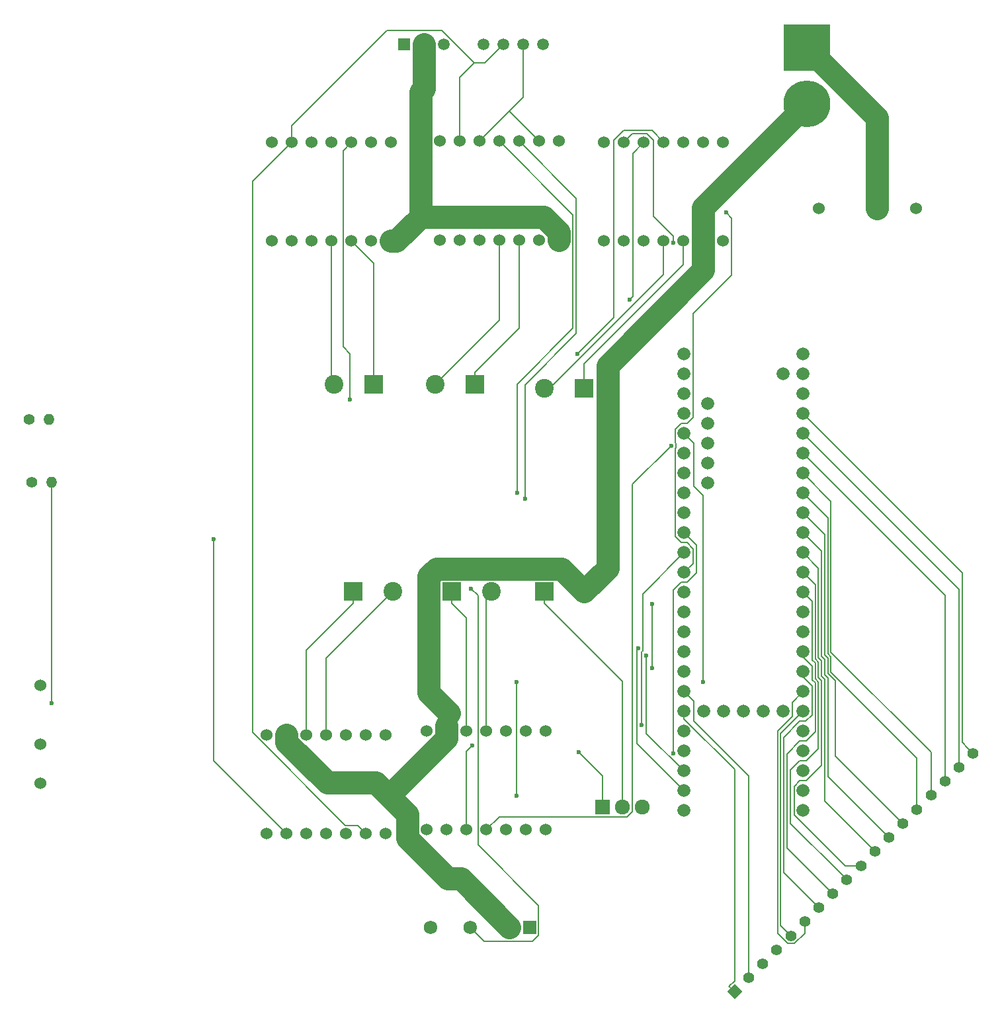
<source format=gbl>
%TF.GenerationSoftware,KiCad,Pcbnew,8.0.5*%
%TF.CreationDate,2024-11-10T17:02:08-05:00*%
%TF.ProjectId,RoboCup25PCBv1,526f626f-4375-4703-9235-50434276312e,rev?*%
%TF.SameCoordinates,Original*%
%TF.FileFunction,Copper,L2,Bot*%
%TF.FilePolarity,Positive*%
%FSLAX46Y46*%
G04 Gerber Fmt 4.6, Leading zero omitted, Abs format (unit mm)*
G04 Created by KiCad (PCBNEW 8.0.5) date 2024-11-10 17:02:08*
%MOMM*%
%LPD*%
G01*
G04 APERTURE LIST*
G04 Aperture macros list*
%AMRotRect*
0 Rectangle, with rotation*
0 The origin of the aperture is its center*
0 $1 length*
0 $2 width*
0 $3 Rotation angle, in degrees counterclockwise*
0 Add horizontal line*
21,1,$1,$2,0,0,$3*%
G04 Aperture macros list end*
%TA.AperFunction,ComponentPad*%
%ADD10R,2.400000X2.400000*%
%TD*%
%TA.AperFunction,ComponentPad*%
%ADD11C,2.400000*%
%TD*%
%TA.AperFunction,ComponentPad*%
%ADD12C,1.524000*%
%TD*%
%TA.AperFunction,ComponentPad*%
%ADD13R,1.920000X1.920000*%
%TD*%
%TA.AperFunction,ComponentPad*%
%ADD14C,1.920000*%
%TD*%
%TA.AperFunction,ComponentPad*%
%ADD15R,1.725000X1.725000*%
%TD*%
%TA.AperFunction,ComponentPad*%
%ADD16C,1.725000*%
%TD*%
%TA.AperFunction,ComponentPad*%
%ADD17C,1.400000*%
%TD*%
%TA.AperFunction,ComponentPad*%
%ADD18O,1.400000X1.400000*%
%TD*%
%TA.AperFunction,ComponentPad*%
%ADD19R,1.508000X1.508000*%
%TD*%
%TA.AperFunction,ComponentPad*%
%ADD20C,1.508000*%
%TD*%
%TA.AperFunction,ComponentPad*%
%ADD21C,1.665000*%
%TD*%
%TA.AperFunction,ComponentPad*%
%ADD22C,6.000000*%
%TD*%
%TA.AperFunction,ComponentPad*%
%ADD23R,6.000000X6.000000*%
%TD*%
%TA.AperFunction,ComponentPad*%
%ADD24RotRect,1.398000X1.398000X45.000000*%
%TD*%
%TA.AperFunction,ComponentPad*%
%ADD25C,1.398000*%
%TD*%
%TA.AperFunction,ViaPad*%
%ADD26C,0.600000*%
%TD*%
%TA.AperFunction,Conductor*%
%ADD27C,0.200000*%
%TD*%
%TA.AperFunction,Conductor*%
%ADD28C,3.000000*%
%TD*%
%TA.AperFunction,Conductor*%
%ADD29C,1.523800*%
%TD*%
%TA.AperFunction,Conductor*%
%ADD30C,1.724800*%
%TD*%
G04 APERTURE END LIST*
D10*
%TO.P,J2,1,Pin_1*%
%TO.N,Net-(J2-Pin_1)*%
X332920000Y-201000000D03*
D11*
%TO.P,J2,2,Pin_2*%
%TO.N,12V GND*%
X338000000Y-201000000D03*
%TD*%
D12*
%TO.P,DRV8874_Carrier_Board3,1,VM*%
%TO.N,unconnected-(DRV8874_Carrier_Board3-VM-Pad1)*%
X317840000Y-231500000D03*
%TO.P,DRV8874_Carrier_Board3,2,GND*%
%TO.N,5V GND*%
X320380000Y-231500000D03*
%TO.P,DRV8874_Carrier_Board3,3,IN1*%
%TO.N,DIR2*%
X322920000Y-231500000D03*
%TO.P,DRV8874_Carrier_Board3,4,IN2*%
%TO.N,PWM2*%
X325460000Y-231500000D03*
%TO.P,DRV8874_Carrier_Board3,5,PMODE*%
%TO.N,5V GND*%
X328000000Y-231500000D03*
%TO.P,DRV8874_Carrier_Board3,6,SLP*%
%TO.N,5V*%
X330540000Y-231500000D03*
%TO.P,DRV8874_Carrier_Board3,7,VREF*%
%TO.N,unconnected-(DRV8874_Carrier_Board3-VREF-Pad7)*%
X333080000Y-231500000D03*
%TO.P,DRV8874_Carrier_Board3,8,CS*%
%TO.N,unconnected-(DRV8874_Carrier_Board3-CS-Pad8)*%
X333080000Y-218840000D03*
%TO.P,DRV8874_Carrier_Board3,9,FLT*%
%TO.N,unconnected-(DRV8874_Carrier_Board3-FLT-Pad9)*%
X330540000Y-218840000D03*
%TO.P,DRV8874_Carrier_Board3,10,IMODE*%
%TO.N,unconnected-(DRV8874_Carrier_Board3-IMODE-Pad10)*%
X328000000Y-218840000D03*
%TO.P,DRV8874_Carrier_Board3,11,OUT2*%
%TO.N,Net-(DRV8874_Carrier_Board3-OUT2)*%
X325460000Y-218840000D03*
%TO.P,DRV8874_Carrier_Board3,12,OUT1*%
%TO.N,Net-(DRV8874_Carrier_Board3-OUT1)*%
X322920000Y-218840000D03*
%TO.P,DRV8874_Carrier_Board3,13,GND*%
%TO.N,12V GND*%
X320380000Y-218840000D03*
%TO.P,DRV8874_Carrier_Board3,14,VIN*%
%TO.N,12V*%
X317840000Y-218840000D03*
%TD*%
%TO.P,SW2,1,B*%
%TO.N,3.3V*%
X268335000Y-220525000D03*
%TO.P,SW2,2,C*%
%TO.N,SWITCH_0*%
X268335000Y-213025000D03*
%TO.P,SW2,3,A*%
%TO.N,unconnected-(SW2-A-Pad3)*%
X268335000Y-225525000D03*
%TD*%
D13*
%TO.P,Q1,1,G*%
%TO.N,SOL*%
X340360000Y-228600000D03*
D14*
%TO.P,Q1,2,D*%
%TO.N,Net-(J2-Pin_1)*%
X342900000Y-228600000D03*
%TO.P,Q1,3,S*%
%TO.N,12V*%
X345440000Y-228600000D03*
%TD*%
D15*
%TO.P,PS2,1,+VIN*%
%TO.N,12V*%
X331000000Y-244000000D03*
D16*
%TO.P,PS2,2,-VIN*%
%TO.N,12V GND*%
X328460000Y-244000000D03*
%TO.P,PS2,4,-VOUT*%
%TO.N,3.3V GND*%
X323380000Y-244000000D03*
%TO.P,PS2,6,+VOUT*%
%TO.N,3.3V*%
X318300000Y-244000000D03*
%TD*%
D12*
%TO.P,DRV8874_Carrier_Board5,1,VM*%
%TO.N,unconnected-(DRV8874_Carrier_Board5-VM-Pad1)*%
X334740000Y-143340000D03*
%TO.P,DRV8874_Carrier_Board5,2,GND*%
%TO.N,5V GND*%
X332200000Y-143340000D03*
%TO.P,DRV8874_Carrier_Board5,3,IN1*%
%TO.N,DIR4*%
X329660000Y-143340000D03*
%TO.P,DRV8874_Carrier_Board5,4,IN2*%
%TO.N,PWM4*%
X327120000Y-143340000D03*
%TO.P,DRV8874_Carrier_Board5,5,PMODE*%
%TO.N,5V GND*%
X324580000Y-143340000D03*
%TO.P,DRV8874_Carrier_Board5,6,SLP*%
%TO.N,5V*%
X322040000Y-143340000D03*
%TO.P,DRV8874_Carrier_Board5,7,VREF*%
%TO.N,unconnected-(DRV8874_Carrier_Board5-VREF-Pad7)*%
X319500000Y-143340000D03*
%TO.P,DRV8874_Carrier_Board5,8,CS*%
%TO.N,unconnected-(DRV8874_Carrier_Board5-CS-Pad8)*%
X319500000Y-156000000D03*
%TO.P,DRV8874_Carrier_Board5,9,FLT*%
%TO.N,unconnected-(DRV8874_Carrier_Board5-FLT-Pad9)*%
X322040000Y-156000000D03*
%TO.P,DRV8874_Carrier_Board5,10,IMODE*%
%TO.N,unconnected-(DRV8874_Carrier_Board5-IMODE-Pad10)*%
X324580000Y-156000000D03*
%TO.P,DRV8874_Carrier_Board5,11,OUT2*%
%TO.N,Net-(DRV8874_Carrier_Board5-OUT2)*%
X327120000Y-156000000D03*
%TO.P,DRV8874_Carrier_Board5,12,OUT1*%
%TO.N,Net-(DRV8874_Carrier_Board5-OUT1)*%
X329660000Y-156000000D03*
%TO.P,DRV8874_Carrier_Board5,13,GND*%
%TO.N,12V GND*%
X332200000Y-156000000D03*
%TO.P,DRV8874_Carrier_Board5,14,VIN*%
%TO.N,12V*%
X334740000Y-156000000D03*
%TD*%
%TO.P,SW1,1,B*%
%TO.N,Net-(J1-POS)*%
X375500000Y-152000000D03*
%TO.P,SW1,2,C*%
%TO.N,12V*%
X368000000Y-152000000D03*
%TO.P,SW1,3,A*%
%TO.N,unconnected-(SW1-A-Pad3)*%
X380500000Y-152000000D03*
%TD*%
D10*
%TO.P,J7,1,Pin_1*%
%TO.N,Net-(DRV8874_Carrier_Board1-OUT1)*%
X311000000Y-174500000D03*
D11*
%TO.P,J7,2,Pin_2*%
%TO.N,Net-(DRV8874_Carrier_Board1-OUT2)*%
X305920000Y-174500000D03*
%TD*%
D10*
%TO.P,J3,1,Pin_1*%
%TO.N,Net-(DRV8874_Carrier_Board2-OUT1)*%
X308420000Y-201000000D03*
D11*
%TO.P,J3,2,Pin_2*%
%TO.N,Net-(DRV8874_Carrier_Board2-OUT2)*%
X313500000Y-201000000D03*
%TD*%
D12*
%TO.P,DRV8874_Carrier_Board2,1,VM*%
%TO.N,unconnected-(DRV8874_Carrier_Board2-VM-Pad1)*%
X297340000Y-232000000D03*
%TO.P,DRV8874_Carrier_Board2,2,GND*%
%TO.N,5V GND*%
X299880000Y-232000000D03*
%TO.P,DRV8874_Carrier_Board2,3,IN1*%
%TO.N,DIR1*%
X302420000Y-232000000D03*
%TO.P,DRV8874_Carrier_Board2,4,IN2*%
%TO.N,PWM1*%
X304960000Y-232000000D03*
%TO.P,DRV8874_Carrier_Board2,5,PMODE*%
%TO.N,5V GND*%
X307500000Y-232000000D03*
%TO.P,DRV8874_Carrier_Board2,6,SLP*%
%TO.N,5V*%
X310040000Y-232000000D03*
%TO.P,DRV8874_Carrier_Board2,7,VREF*%
%TO.N,unconnected-(DRV8874_Carrier_Board2-VREF-Pad7)*%
X312580000Y-232000000D03*
%TO.P,DRV8874_Carrier_Board2,8,CS*%
%TO.N,unconnected-(DRV8874_Carrier_Board2-CS-Pad8)*%
X312580000Y-219340000D03*
%TO.P,DRV8874_Carrier_Board2,9,FLT*%
%TO.N,unconnected-(DRV8874_Carrier_Board2-FLT-Pad9)*%
X310040000Y-219340000D03*
%TO.P,DRV8874_Carrier_Board2,10,IMODE*%
%TO.N,unconnected-(DRV8874_Carrier_Board2-IMODE-Pad10)*%
X307500000Y-219340000D03*
%TO.P,DRV8874_Carrier_Board2,11,OUT2*%
%TO.N,Net-(DRV8874_Carrier_Board2-OUT2)*%
X304960000Y-219340000D03*
%TO.P,DRV8874_Carrier_Board2,12,OUT1*%
%TO.N,Net-(DRV8874_Carrier_Board2-OUT1)*%
X302420000Y-219340000D03*
%TO.P,DRV8874_Carrier_Board2,13,GND*%
%TO.N,12V GND*%
X299880000Y-219340000D03*
%TO.P,DRV8874_Carrier_Board2,14,VIN*%
%TO.N,12V*%
X297340000Y-219340000D03*
%TD*%
D17*
%TO.P,R1,1*%
%TO.N,Net-(D2-A)*%
X266960000Y-179000000D03*
D18*
%TO.P,R1,2*%
%TO.N,LED1*%
X269500000Y-179000000D03*
%TD*%
D19*
%TO.P,PS1,1,-VIN*%
%TO.N,12V GND*%
X314920000Y-131000000D03*
D20*
%TO.P,PS1,2,+VIN*%
%TO.N,12V*%
X317460000Y-131000000D03*
%TO.P,PS1,3,CTRL*%
%TO.N,unconnected-(PS1-CTRL-Pad3)*%
X320000000Y-131000000D03*
%TO.P,PS1,5,NC*%
%TO.N,unconnected-(PS1-NC-Pad5)*%
X325080000Y-131000000D03*
%TO.P,PS1,6,+VOUT*%
%TO.N,5V*%
X327620000Y-131000000D03*
%TO.P,PS1,7,-VOUT*%
%TO.N,5V GND*%
X330160000Y-131000000D03*
%TO.P,PS1,8,NC*%
%TO.N,unconnected-(PS1-NC-Pad8)*%
X332700000Y-131000000D03*
%TD*%
D12*
%TO.P,DRV8874_Carrier_Board4,1,VM*%
%TO.N,unconnected-(DRV8874_Carrier_Board4-VM-Pad1)*%
X355780000Y-143500000D03*
%TO.P,DRV8874_Carrier_Board4,2,GND*%
%TO.N,5V GND*%
X353240000Y-143500000D03*
%TO.P,DRV8874_Carrier_Board4,3,IN1*%
%TO.N,DIR3*%
X350700000Y-143500000D03*
%TO.P,DRV8874_Carrier_Board4,4,IN2*%
%TO.N,PWM3*%
X348160000Y-143500000D03*
%TO.P,DRV8874_Carrier_Board4,5,PMODE*%
%TO.N,5V GND*%
X345620000Y-143500000D03*
%TO.P,DRV8874_Carrier_Board4,6,SLP*%
%TO.N,5V*%
X343080000Y-143500000D03*
%TO.P,DRV8874_Carrier_Board4,7,VREF*%
%TO.N,unconnected-(DRV8874_Carrier_Board4-VREF-Pad7)*%
X340540000Y-143500000D03*
%TO.P,DRV8874_Carrier_Board4,8,CS*%
%TO.N,unconnected-(DRV8874_Carrier_Board4-CS-Pad8)*%
X340540000Y-156160000D03*
%TO.P,DRV8874_Carrier_Board4,9,FLT*%
%TO.N,unconnected-(DRV8874_Carrier_Board4-FLT-Pad9)*%
X343080000Y-156160000D03*
%TO.P,DRV8874_Carrier_Board4,10,IMODE*%
%TO.N,unconnected-(DRV8874_Carrier_Board4-IMODE-Pad10)*%
X345620000Y-156160000D03*
%TO.P,DRV8874_Carrier_Board4,11,OUT2*%
%TO.N,Net-(DRV8874_Carrier_Board4-OUT2)*%
X348160000Y-156160000D03*
%TO.P,DRV8874_Carrier_Board4,12,OUT1*%
%TO.N,Net-(DRV8874_Carrier_Board4-OUT1)*%
X350700000Y-156160000D03*
%TO.P,DRV8874_Carrier_Board4,13,GND*%
%TO.N,12V GND*%
X353240000Y-156160000D03*
%TO.P,DRV8874_Carrier_Board4,14,VIN*%
%TO.N,12V*%
X355780000Y-156160000D03*
%TD*%
D21*
%TO.P,IC1,1,TX1*%
%TO.N,unconnected-(IC1-TX1-Pad1)*%
X350760000Y-175720000D03*
%TO.P,IC1,2,OUT2*%
%TO.N,PWM0*%
X350760000Y-178260000D03*
%TO.P,IC1,3,LRCLK2*%
%TO.N,PWM1*%
X350760000Y-180800000D03*
%TO.P,IC1,4,BCLK2*%
%TO.N,PWM2*%
X350760000Y-183340000D03*
%TO.P,IC1,5,IN2*%
%TO.N,PWM3*%
X350760000Y-185880000D03*
%TO.P,IC1,6,OUT1D*%
%TO.N,PWM4*%
X350760000Y-188420000D03*
%TO.P,IC1,7,RX2*%
%TO.N,DIR0*%
X350760000Y-190960000D03*
%TO.P,IC1,8,TX2*%
%TO.N,DIR1*%
X350760000Y-193500000D03*
%TO.P,IC1,9,OUT1C*%
%TO.N,DIR2*%
X350760000Y-196040000D03*
%TO.P,IC1,10,CS_1*%
%TO.N,DIR3*%
X350760000Y-198580000D03*
%TO.P,IC1,11,MOSI*%
%TO.N,DIR4*%
X350760000Y-201120000D03*
%TO.P,IC1,12,MISO*%
%TO.N,SWITCH_0*%
X350760000Y-203660000D03*
%TO.P,IC1,13,SCK*%
%TO.N,unconnected-(IC1-SCK-Pad13)*%
X366000000Y-203660000D03*
%TO.P,IC1,14,A0*%
%TO.N,A0*%
X366000000Y-201120000D03*
%TO.P,IC1,15,A1*%
%TO.N,A1*%
X366000000Y-198580000D03*
%TO.P,IC1,16,A2*%
%TO.N,A2*%
X366000000Y-196040000D03*
%TO.P,IC1,17,A3*%
%TO.N,A3*%
X366000000Y-193500000D03*
%TO.P,IC1,18,A4*%
%TO.N,A4*%
X366000000Y-190960000D03*
%TO.P,IC1,19,A5*%
%TO.N,A5*%
X366000000Y-188420000D03*
%TO.P,IC1,20,A6*%
%TO.N,A6*%
X366000000Y-185880000D03*
%TO.P,IC1,21,A7*%
%TO.N,A7*%
X366000000Y-183340000D03*
%TO.P,IC1,22,A8*%
%TO.N,A8*%
X366000000Y-180800000D03*
%TO.P,IC1,23,A9*%
%TO.N,A9*%
X366000000Y-178260000D03*
%TO.P,IC1,24,A10*%
%TO.N,SCL*%
X350760000Y-208740000D03*
%TO.P,IC1,25,A11*%
%TO.N,SDA*%
X350760000Y-211280000D03*
%TO.P,IC1,26,A12*%
%TO.N,A10*%
X350760000Y-213820000D03*
%TO.P,IC1,27,A13*%
%TO.N,A11*%
X350760000Y-216360000D03*
%TO.P,IC1,28,RX7*%
%TO.N,unconnected-(IC1-RX7-Pad28)*%
X350760000Y-218900000D03*
%TO.P,IC1,29,TX7*%
%TO.N,unconnected-(IC1-TX7-Pad29)*%
X350760000Y-221440000D03*
%TO.P,IC1,30,CRX3*%
%TO.N,IMU RESET*%
X350760000Y-223980000D03*
%TO.P,IC1,31,CTX3*%
%TO.N,INTERRUPT*%
X350760000Y-226520000D03*
%TO.P,IC1,32,OUT1B*%
%TO.N,SOL*%
X350760000Y-229060000D03*
%TO.P,IC1,33,MCLK2*%
%TO.N,unconnected-(IC1-MCLK2-Pad33)*%
X366000000Y-229060000D03*
%TO.P,IC1,34,RX8*%
%TO.N,unconnected-(IC1-RX8-Pad34)*%
X366000000Y-226520000D03*
%TO.P,IC1,35,TX8*%
%TO.N,unconnected-(IC1-TX8-Pad35)*%
X366000000Y-223980000D03*
%TO.P,IC1,36,CS_2*%
%TO.N,LED2*%
X366000000Y-221440000D03*
%TO.P,IC1,37,CS_3*%
%TO.N,LED1*%
X366000000Y-218900000D03*
%TO.P,IC1,38,A14*%
%TO.N,A12*%
X366000000Y-216360000D03*
%TO.P,IC1,39,A15*%
%TO.N,A13*%
X366000000Y-213820000D03*
%TO.P,IC1,40,A16*%
%TO.N,A14*%
X366000000Y-211280000D03*
%TO.P,IC1,41,A17*%
%TO.N,A15*%
X366000000Y-208740000D03*
%TO.P,IC1,42,3.3V_1*%
%TO.N,unconnected-(IC1-3.3V_1-Pad42)*%
X350760000Y-206200000D03*
%TO.P,IC1,43,VBAT*%
%TO.N,unconnected-(IC1-VBAT-Pad43)*%
X353300000Y-216360000D03*
%TO.P,IC1,44,3.3V_2*%
%TO.N,unconnected-(IC1-3.3V_2-Pad44)*%
X355840000Y-216360000D03*
%TO.P,IC1,45,GND_1*%
%TO.N,unconnected-(IC1-GND_1-Pad45)*%
X358380000Y-216360000D03*
%TO.P,IC1,46,PROGRAM*%
%TO.N,unconnected-(IC1-PROGRAM-Pad46)*%
X360920000Y-216360000D03*
%TO.P,IC1,47,ON/OFF*%
%TO.N,unconnected-(IC1-ON{slash}OFF-Pad47)*%
X363460000Y-216360000D03*
%TO.P,IC1,48,GND_2*%
%TO.N,unconnected-(IC1-GND_2-Pad48)*%
X353810000Y-187150000D03*
%TO.P,IC1,49,GND_3*%
%TO.N,unconnected-(IC1-GND_3-Pad49)*%
X353810000Y-184610000D03*
%TO.P,IC1,50,D+*%
%TO.N,unconnected-(IC1-D+-Pad50)*%
X353810000Y-182070000D03*
%TO.P,IC1,51,D-*%
%TO.N,unconnected-(IC1-D--Pad51)*%
X353810000Y-179530000D03*
%TO.P,IC1,52,+5V*%
%TO.N,unconnected-(IC1-+5V-Pad52)*%
X353810000Y-176990000D03*
%TO.P,IC1,53,3.3V_(250_M_A_MAX)*%
%TO.N,unconnected-(IC1-3.3V_(250_M_A_MAX)-Pad53)*%
X366000000Y-175720000D03*
%TO.P,IC1,55,VIN_(3.6_TO_5.5_VOLTS)*%
%TO.N,5V*%
X366000000Y-170640000D03*
%TO.P,IC1,57,RX1*%
%TO.N,unconnected-(IC1-RX1-Pad57)*%
X350760000Y-173180000D03*
%TO.P,IC1,68,VUSB*%
%TO.N,unconnected-(IC1-VUSB-Pad68)*%
X363460000Y-173180000D03*
%TO.P,IC1,69,GND_4*%
%TO.N,unconnected-(IC1-GND_4-Pad69)*%
X366000000Y-206200000D03*
%TO.P,IC1,70,GND_5*%
%TO.N,unconnected-(IC1-GND_5-Pad70)*%
X366000000Y-173180000D03*
%TO.P,IC1,71,GND_6*%
%TO.N,5V GND*%
X350760000Y-170640000D03*
%TD*%
D12*
%TO.P,DRV8874_Carrier_Board1,1,VM*%
%TO.N,unconnected-(DRV8874_Carrier_Board1-VM-Pad1)*%
X313280000Y-143500000D03*
%TO.P,DRV8874_Carrier_Board1,2,GND*%
%TO.N,5V GND*%
X310740000Y-143500000D03*
%TO.P,DRV8874_Carrier_Board1,3,IN1*%
%TO.N,DIR0*%
X308200000Y-143500000D03*
%TO.P,DRV8874_Carrier_Board1,4,IN2*%
%TO.N,PWM0*%
X305660000Y-143500000D03*
%TO.P,DRV8874_Carrier_Board1,5,PMODE*%
%TO.N,5V GND*%
X303120000Y-143500000D03*
%TO.P,DRV8874_Carrier_Board1,6,SLP*%
%TO.N,5V*%
X300580000Y-143500000D03*
%TO.P,DRV8874_Carrier_Board1,7,VREF*%
%TO.N,unconnected-(DRV8874_Carrier_Board1-VREF-Pad7)*%
X298040000Y-143500000D03*
%TO.P,DRV8874_Carrier_Board1,8,CS*%
%TO.N,unconnected-(DRV8874_Carrier_Board1-CS-Pad8)*%
X298040000Y-156160000D03*
%TO.P,DRV8874_Carrier_Board1,9,FLT*%
%TO.N,unconnected-(DRV8874_Carrier_Board1-FLT-Pad9)*%
X300580000Y-156160000D03*
%TO.P,DRV8874_Carrier_Board1,10,IMODE*%
%TO.N,unconnected-(DRV8874_Carrier_Board1-IMODE-Pad10)*%
X303120000Y-156160000D03*
%TO.P,DRV8874_Carrier_Board1,11,OUT2*%
%TO.N,Net-(DRV8874_Carrier_Board1-OUT2)*%
X305660000Y-156160000D03*
%TO.P,DRV8874_Carrier_Board1,12,OUT1*%
%TO.N,Net-(DRV8874_Carrier_Board1-OUT1)*%
X308200000Y-156160000D03*
%TO.P,DRV8874_Carrier_Board1,13,GND*%
%TO.N,12V GND*%
X310740000Y-156160000D03*
%TO.P,DRV8874_Carrier_Board1,14,VIN*%
%TO.N,12V*%
X313280000Y-156160000D03*
%TD*%
D22*
%TO.P,J1,N,NEG*%
%TO.N,12V GND*%
X366500000Y-138600000D03*
D23*
%TO.P,J1,P,POS*%
%TO.N,Net-(J1-POS)*%
X366500000Y-131400000D03*
%TD*%
D10*
%TO.P,J4,1,Pin_1*%
%TO.N,Net-(DRV8874_Carrier_Board3-OUT1)*%
X321000000Y-201000000D03*
D11*
%TO.P,J4,2,Pin_2*%
%TO.N,Net-(DRV8874_Carrier_Board3-OUT2)*%
X326080000Y-201000000D03*
%TD*%
D17*
%TO.P,R2,1*%
%TO.N,Net-(D3-A)*%
X267280000Y-187000000D03*
D18*
%TO.P,R2,2*%
%TO.N,LED2*%
X269820000Y-187000000D03*
%TD*%
D24*
%TO.P,J8,1,Pin_1*%
%TO.N,A11*%
X357243465Y-252256535D03*
D25*
%TO.P,J8,2,Pin_2*%
%TO.N,A10*%
X359039516Y-250460484D03*
%TO.P,J8,3,Pin_3*%
%TO.N,3.3V*%
X360835567Y-248664433D03*
%TO.P,J8,4,Pin_4*%
%TO.N,3.3V GND*%
X362631618Y-246868382D03*
%TO.P,J8,5,Pin_5*%
%TO.N,A12*%
X364427669Y-245072331D03*
%TO.P,J8,6,Pin_6*%
%TO.N,A13*%
X366223721Y-243276279D03*
%TO.P,J8,7,Pin_7*%
%TO.N,A14*%
X368019772Y-241480228D03*
%TO.P,J8,8,Pin_8*%
%TO.N,A15*%
X369815823Y-239684177D03*
%TO.P,J8,9,Pin_9*%
%TO.N,A0*%
X371611874Y-237888126D03*
%TO.P,J8,10,Pin_10*%
%TO.N,A1*%
X373407926Y-236092074D03*
%TO.P,J8,11,Pin_11*%
%TO.N,A2*%
X375203977Y-234296023D03*
%TO.P,J8,12,Pin_12*%
%TO.N,A3*%
X377000028Y-232499972D03*
%TO.P,J8,13,Pin_13*%
%TO.N,A4*%
X378796079Y-230703921D03*
%TO.P,J8,14,Pin_14*%
%TO.N,A5*%
X380592131Y-228907869D03*
%TO.P,J8,15,Pin_15*%
%TO.N,A6*%
X382388182Y-227111818D03*
%TO.P,J8,16,Pin_16*%
%TO.N,A7*%
X384184233Y-225315767D03*
%TO.P,J8,17,Pin_17*%
%TO.N,A8*%
X385980284Y-223519716D03*
%TO.P,J8,18,Pin_18*%
%TO.N,A9*%
X387776335Y-221723665D03*
%TD*%
D10*
%TO.P,J5,1,Pin_1*%
%TO.N,Net-(DRV8874_Carrier_Board4-OUT1)*%
X338000000Y-175000000D03*
D11*
%TO.P,J5,2,Pin_2*%
%TO.N,Net-(DRV8874_Carrier_Board4-OUT2)*%
X332920000Y-175000000D03*
%TD*%
D10*
%TO.P,J6,1,Pin_1*%
%TO.N,Net-(DRV8874_Carrier_Board5-OUT1)*%
X324000000Y-174500000D03*
D11*
%TO.P,J6,2,Pin_2*%
%TO.N,Net-(DRV8874_Carrier_Board5-OUT2)*%
X318920000Y-174500000D03*
%TD*%
D26*
%TO.N,DIR1*%
X349412000Y-221737000D03*
%TO.N,INTERRUPT*%
X344892000Y-208278000D03*
%TO.N,PWM4*%
X329376000Y-188420000D03*
%TO.N,DIR4*%
X330457000Y-189165000D03*
%TO.N,DIR3*%
X356130000Y-152510000D03*
%TO.N,5V*%
X349430000Y-156398000D03*
%TO.N,PWM1*%
X329308800Y-212573800D03*
X353168000Y-212573800D03*
X329308800Y-227155100D03*
%TO.N,DIR2*%
X323641000Y-220750000D03*
X345333000Y-218135000D03*
%TO.N,PWM3*%
X337148000Y-170573000D03*
%TO.N,SDA*%
X346693000Y-202577000D03*
X346693000Y-210813000D03*
%TO.N,5V GND*%
X343773000Y-163653000D03*
X290538000Y-194279000D03*
%TO.N,IMU RESET*%
X345959000Y-209218000D03*
%TO.N,DIR0*%
X308000000Y-176468000D03*
%TO.N,PWM2*%
X349129000Y-182340000D03*
%TO.N,LED2*%
X269820000Y-215337000D03*
%TO.N,3.3V GND*%
X323518000Y-200663000D03*
%TO.N,SOL*%
X337270000Y-221549000D03*
%TD*%
D27*
%TO.N,DIR1*%
X350760000Y-193500000D02*
X352348000Y-195088000D01*
X352348000Y-195088000D02*
X352348000Y-198666000D01*
X352348000Y-198666000D02*
X351164000Y-199850000D01*
X349412000Y-200818000D02*
X349412000Y-221737000D01*
X350381000Y-199850000D02*
X349412000Y-200818000D01*
X351164000Y-199850000D02*
X350381000Y-199850000D01*
%TO.N,A13*%
X366224000Y-244016500D02*
X366223700Y-244016200D01*
X364905000Y-246076000D02*
X366224000Y-244757000D01*
X366224000Y-244016500D02*
X366224000Y-243276000D01*
X362732000Y-244801000D02*
X364007000Y-246076000D01*
X364007000Y-246076000D02*
X364905000Y-246076000D01*
X366224000Y-244757000D02*
X366224000Y-244016500D01*
X362732000Y-218876000D02*
X362732000Y-244801000D01*
X366223700Y-244016200D02*
X366223700Y-243276300D01*
X364594000Y-215226000D02*
X364594000Y-217014000D01*
X366000000Y-213820000D02*
X364594000Y-215226000D01*
X364594000Y-217014000D02*
X362732000Y-218876000D01*
%TO.N,A5*%
X369174000Y-191594000D02*
X366000000Y-188420000D01*
X369174000Y-208948000D02*
X369174000Y-191594000D01*
X380592000Y-222338000D02*
X369576000Y-211322000D01*
X380592100Y-227676800D02*
X380592100Y-228907900D01*
X369576000Y-209350000D02*
X369174000Y-208948000D01*
X380592000Y-227676700D02*
X380592000Y-222338000D01*
X380592000Y-227676700D02*
X380592100Y-227676800D01*
X369576000Y-211322000D02*
X369576000Y-209350000D01*
X380592000Y-228908000D02*
X380592000Y-227676700D01*
%TO.N,INTERRUPT*%
X344731000Y-220491000D02*
X344731000Y-208439000D01*
X344731000Y-208439000D02*
X344892000Y-208278000D01*
X350760000Y-226520000D02*
X344731000Y-220491000D01*
%TO.N,PWM4*%
X336567000Y-167305000D02*
X329376000Y-174495000D01*
X336567000Y-152787000D02*
X336567000Y-167305000D01*
X327120000Y-143340000D02*
X336567000Y-152787000D01*
X329376000Y-174495000D02*
X329376000Y-188420000D01*
%TO.N,A3*%
X369174000Y-212056000D02*
X368773000Y-211654000D01*
X368371000Y-195871000D02*
X366000000Y-193500000D01*
X369174000Y-224674000D02*
X369174000Y-212056000D01*
X377000000Y-232500000D02*
X369174000Y-224674000D01*
X368773000Y-211654000D02*
X368773000Y-209682000D01*
X368371000Y-209280000D02*
X368371000Y-195871000D01*
X368773000Y-209682000D02*
X368371000Y-209280000D01*
%TO.N,A2*%
X367969000Y-198009000D02*
X366000000Y-196040000D01*
X367969000Y-209447000D02*
X367969000Y-198009000D01*
X368371000Y-209848000D02*
X367969000Y-209447000D01*
X375204000Y-234296000D02*
X368773000Y-227865000D01*
X368773000Y-212222000D02*
X368371000Y-211820000D01*
X368773000Y-227865000D02*
X368773000Y-212222000D01*
X368371000Y-211820000D02*
X368371000Y-209848000D01*
%TO.N,A12*%
X364427700Y-245071700D02*
X364427700Y-245072300D01*
X364428000Y-245072000D02*
X364427700Y-245071700D01*
X363134000Y-243778000D02*
X363134000Y-219226000D01*
X363134000Y-219226000D02*
X366000000Y-216360000D01*
X364427700Y-245071700D02*
X363134000Y-243778000D01*
%TO.N,DIR4*%
X330457000Y-174545000D02*
X330457000Y-189165000D01*
X336985000Y-168017000D02*
X330457000Y-174545000D01*
X336985000Y-150665000D02*
X336985000Y-168017000D01*
X329660000Y-143340000D02*
X336985000Y-150665000D01*
%TO.N,A14*%
X367166000Y-213088000D02*
X366000000Y-211922000D01*
X366000000Y-211922000D02*
X366000000Y-211280000D01*
X368019800Y-241479800D02*
X363556000Y-237016000D01*
X368020000Y-241480000D02*
X368019800Y-241479800D01*
X366367000Y-217630000D02*
X367166000Y-216832000D01*
X363556000Y-237016000D02*
X363556000Y-219670000D01*
X365596000Y-217630000D02*
X366367000Y-217630000D01*
X367166000Y-216832000D02*
X367166000Y-213088000D01*
X368019800Y-241479800D02*
X368019800Y-241480200D01*
X363556000Y-219670000D02*
X365596000Y-217630000D01*
%TO.N,DIR3*%
X349619000Y-180291000D02*
X350380000Y-179530000D01*
X351939000Y-178742000D02*
X351939000Y-165468000D01*
X350380000Y-179530000D02*
X351151000Y-179530000D01*
X351911000Y-195536000D02*
X351145000Y-194770000D01*
X356858000Y-160549000D02*
X356858000Y-153238000D01*
X356858000Y-153238000D02*
X356130000Y-152510000D01*
X349619000Y-182701000D02*
X349731000Y-182589000D01*
X351939000Y-165468000D02*
X356858000Y-160549000D01*
X351911000Y-197429000D02*
X351911000Y-195536000D01*
X349619000Y-194003000D02*
X349619000Y-182701000D01*
X350386000Y-194770000D02*
X349619000Y-194003000D01*
X349731000Y-182589000D02*
X349731000Y-182091000D01*
X350760000Y-198580000D02*
X351911000Y-197429000D01*
X349731000Y-182091000D02*
X349619000Y-181979000D01*
X349619000Y-181979000D02*
X349619000Y-180291000D01*
X351145000Y-194770000D02*
X350386000Y-194770000D01*
X351151000Y-179530000D02*
X351939000Y-178742000D01*
%TO.N,A1*%
X368371000Y-223260000D02*
X368371000Y-212388000D01*
X366381000Y-225250000D02*
X368371000Y-223260000D01*
X368371000Y-212388000D02*
X367969000Y-211987000D01*
X367568000Y-209613000D02*
X367568000Y-200148000D01*
X364863000Y-225983000D02*
X365596000Y-225250000D01*
X367969000Y-211987000D02*
X367969000Y-210015000D01*
X373407800Y-236092000D02*
X373407900Y-236092100D01*
X373408000Y-236092000D02*
X373407800Y-236092000D01*
X371370000Y-236092000D02*
X364863000Y-229585000D01*
X367969000Y-210015000D02*
X367568000Y-209613000D01*
X365596000Y-225250000D02*
X366381000Y-225250000D01*
X367568000Y-200148000D02*
X366000000Y-198580000D01*
X373407800Y-236092000D02*
X371370000Y-236092000D01*
X364863000Y-229585000D02*
X364863000Y-225983000D01*
%TO.N,5V*%
X349430000Y-155534000D02*
X349430000Y-156398000D01*
X325271000Y-133349000D02*
X323893000Y-133349000D01*
X319720000Y-129176000D02*
X312773000Y-129176000D01*
X343080000Y-143500000D02*
X344164000Y-142416000D01*
X323893000Y-133349000D02*
X319720000Y-129176000D01*
X327620000Y-131000000D02*
X325271000Y-133349000D01*
X307407000Y-230936000D02*
X308976000Y-230936000D01*
X300580000Y-143500000D02*
X295538000Y-148542000D01*
X308976000Y-230936000D02*
X310040000Y-232000000D01*
X312773000Y-129176000D02*
X300580000Y-141369000D01*
X346890000Y-143265000D02*
X346890000Y-152994000D01*
X346041000Y-142416000D02*
X346890000Y-143265000D01*
X295538000Y-148542000D02*
X295538000Y-219068000D01*
X346890000Y-152994000D02*
X349430000Y-155534000D01*
X344164000Y-142416000D02*
X346041000Y-142416000D01*
X300580000Y-141369000D02*
X300580000Y-143500000D01*
X322040000Y-135202000D02*
X323893000Y-133349000D01*
X295538000Y-219068000D02*
X307407000Y-230936000D01*
X322040000Y-143340000D02*
X322040000Y-135202000D01*
%TO.N,PWM1*%
X329308800Y-227155100D02*
X329308800Y-212573800D01*
X350760000Y-180800000D02*
X351990600Y-182030600D01*
X353168000Y-188702500D02*
X353168000Y-212573800D01*
X351990600Y-182030600D02*
X351990600Y-187525100D01*
X351990600Y-187525100D02*
X353168000Y-188702500D01*
%TO.N,A9*%
X387085000Y-221032500D02*
X387776000Y-221724000D01*
X386394000Y-198654000D02*
X386394000Y-220341000D01*
X387085100Y-221032500D02*
X387776300Y-221723700D01*
X386394000Y-220341000D02*
X387085000Y-221032500D01*
X366000000Y-178260000D02*
X386394000Y-198654000D01*
X387085000Y-221032500D02*
X387085100Y-221032500D01*
%TO.N,A6*%
X382388200Y-225880900D02*
X382388200Y-227111800D01*
X382388000Y-225880700D02*
X382388000Y-221594000D01*
X382388000Y-225880700D02*
X382388200Y-225880900D01*
X369576000Y-208782000D02*
X369576000Y-189456000D01*
X382388000Y-221594000D02*
X369576000Y-208782000D01*
X382388000Y-227112000D02*
X382388000Y-225880700D01*
X369576000Y-189456000D02*
X366000000Y-185880000D01*
%TO.N,A10*%
X359040000Y-250460000D02*
X359040000Y-249229300D01*
X359040000Y-249229300D02*
X359039500Y-249229800D01*
X359040000Y-224609000D02*
X352030000Y-217600000D01*
X352030000Y-217600000D02*
X352030000Y-215090000D01*
X359039500Y-249229800D02*
X359039500Y-250460500D01*
X352030000Y-215090000D02*
X350760000Y-213820000D01*
X359040000Y-249229300D02*
X359040000Y-224609000D01*
%TO.N,DIR2*%
X322920000Y-231500000D02*
X322920000Y-221471000D01*
X322920000Y-221471000D02*
X323641000Y-220750000D01*
X345494000Y-208573000D02*
X345333000Y-208734000D01*
X350760000Y-196040000D02*
X345494000Y-201306000D01*
X345333000Y-208734000D02*
X345333000Y-218135000D01*
X345494000Y-201306000D02*
X345494000Y-208573000D01*
%TO.N,PWM3*%
X348160000Y-143500000D02*
X346653000Y-141993000D01*
X341810000Y-165910000D02*
X337148000Y-170573000D01*
X343044000Y-141993000D02*
X341810000Y-143227000D01*
X346653000Y-141993000D02*
X343044000Y-141993000D01*
X341810000Y-143227000D02*
X341810000Y-165910000D01*
%TO.N,A0*%
X365596000Y-222710000D02*
X366438000Y-222710000D01*
X366438000Y-222710000D02*
X367969000Y-221179000D01*
X364412000Y-230689000D02*
X364412000Y-223894000D01*
X367568000Y-212153000D02*
X367568000Y-210181000D01*
X367969000Y-221179000D02*
X367969000Y-212555000D01*
X371611900Y-237888000D02*
X371611900Y-237888100D01*
X370892000Y-237168100D02*
X371611900Y-237888000D01*
X367166000Y-209779000D02*
X367166000Y-202286000D01*
X371612000Y-237888000D02*
X370892000Y-237168100D01*
X367166000Y-202286000D02*
X366000000Y-201120000D01*
X370892000Y-237168100D02*
X364412000Y-230689000D01*
X367969000Y-212555000D02*
X367568000Y-212153000D01*
X367568000Y-210181000D02*
X367166000Y-209779000D01*
X364412000Y-223894000D02*
X365596000Y-222710000D01*
%TO.N,SDA*%
X346693000Y-202577000D02*
X346693000Y-210813000D01*
%TO.N,5V GND*%
X344215000Y-144905000D02*
X344215000Y-163212000D01*
X290538000Y-222658000D02*
X299880000Y-232000000D01*
X290538000Y-194279000D02*
X290538000Y-222658000D01*
X330160000Y-131000000D02*
X330160000Y-137760000D01*
X328390000Y-139530000D02*
X332200000Y-143340000D01*
X345620000Y-143500000D02*
X344215000Y-144905000D01*
X344215000Y-163212000D02*
X343773000Y-163653000D01*
X330160000Y-137760000D02*
X328390000Y-139530000D01*
X328390000Y-139530000D02*
X324580000Y-143340000D01*
%TO.N,IMU RESET*%
X350760000Y-223980000D02*
X345959000Y-219179000D01*
X345959000Y-219179000D02*
X345959000Y-209218000D01*
%TO.N,DIR0*%
X308000000Y-170564000D02*
X308000000Y-176468000D01*
X307131000Y-169695000D02*
X308000000Y-170564000D01*
X308200000Y-143500000D02*
X307131000Y-144569000D01*
X307131000Y-144569000D02*
X307131000Y-169695000D01*
%TO.N,A15*%
X367166000Y-212319000D02*
X367166000Y-210548000D01*
X366378000Y-220170000D02*
X367568000Y-218980000D01*
X367568000Y-218980000D02*
X367568000Y-212721000D01*
X366000000Y-209382000D02*
X366000000Y-208740000D01*
X367166000Y-210548000D02*
X366000000Y-209382000D01*
X367568000Y-212721000D02*
X367166000Y-212319000D01*
X363962000Y-221804000D02*
X365596000Y-220170000D01*
X369815800Y-239683800D02*
X363962000Y-233830000D01*
X365596000Y-220170000D02*
X366378000Y-220170000D01*
X363962000Y-233830000D02*
X363962000Y-221804000D01*
X369815800Y-239683800D02*
X369815800Y-239684200D01*
X369816000Y-239684000D02*
X369815800Y-239683800D01*
%TO.N,PWM2*%
X327098000Y-229862000D02*
X343488000Y-229862000D01*
X325460000Y-231500000D02*
X327098000Y-229862000D01*
X344172000Y-229179000D02*
X344172000Y-187298000D01*
X343488000Y-229862000D02*
X344172000Y-229179000D01*
X344172000Y-187298000D02*
X349129000Y-182340000D01*
%TO.N,A7*%
X384184200Y-224084800D02*
X384184200Y-225315800D01*
X384184000Y-225316000D02*
X384184000Y-224084600D01*
X384184000Y-201524000D02*
X366000000Y-183340000D01*
X384184000Y-224084600D02*
X384184000Y-201524000D01*
X384184000Y-224084600D02*
X384184200Y-224084800D01*
%TO.N,A8*%
X366000000Y-180800000D02*
X385980000Y-200780000D01*
X385980000Y-222288600D02*
X385980000Y-223520000D01*
X385980000Y-200780000D02*
X385980000Y-222288600D01*
X385980300Y-222288900D02*
X385980300Y-223519700D01*
X385980000Y-222288600D02*
X385980300Y-222288900D01*
%TO.N,A4*%
X368773000Y-209114000D02*
X369174000Y-209516000D01*
X366000000Y-190960000D02*
X368773000Y-193733000D01*
X370149000Y-222057000D02*
X374472500Y-226380500D01*
X374472500Y-226380500D02*
X378796000Y-230704000D01*
X369174000Y-209516000D02*
X369174000Y-211488000D01*
X374472700Y-226380500D02*
X378796100Y-230703900D01*
X368773000Y-193733000D02*
X368773000Y-209114000D01*
X374472500Y-226380500D02*
X374472700Y-226380500D01*
X369174000Y-211488000D02*
X370149000Y-212463000D01*
X370149000Y-212463000D02*
X370149000Y-222057000D01*
%TO.N,LED2*%
X269820000Y-187000000D02*
X269820000Y-215337000D01*
%TO.N,A11*%
X356890000Y-251902500D02*
X356536000Y-251549000D01*
X357243500Y-252256000D02*
X357243500Y-252256500D01*
X357244000Y-252256000D02*
X356890000Y-251902500D01*
X356536000Y-251549000D02*
X357243000Y-250841000D01*
X356890000Y-251902500D02*
X357243500Y-252256000D01*
X350760000Y-217296000D02*
X350760000Y-216360000D01*
X357244000Y-223779000D02*
X350760000Y-217296000D01*
X357243000Y-250841000D02*
X357244000Y-250841000D01*
X357244000Y-250841000D02*
X357244000Y-223779000D01*
D28*
%TO.N,Net-(J1-POS)*%
X366500000Y-131400000D02*
X375500000Y-140400000D01*
X375500000Y-140400000D02*
X375500000Y-152000000D01*
D29*
%TO.N,12V GND*%
X320710000Y-217849000D02*
X320380000Y-218180000D01*
D28*
X313008000Y-227188000D02*
X311324000Y-225505000D01*
X366500000Y-138600000D02*
X353240000Y-151860000D01*
X341003000Y-172085000D02*
X341003000Y-197997000D01*
X335098000Y-198098000D02*
X319063000Y-198098000D01*
D29*
X320710000Y-216569000D02*
X320710000Y-217849000D01*
D28*
X299880000Y-220303000D02*
X299880000Y-219340000D01*
X315358000Y-229538000D02*
X313008000Y-227188000D01*
X320380000Y-218180000D02*
X320380000Y-218840000D01*
X311324000Y-225505000D02*
X305082000Y-225505000D01*
X353240000Y-156160000D02*
X353240000Y-159848000D01*
X353240000Y-159848000D02*
X341003000Y-172085000D01*
X318098000Y-213957000D02*
X320710000Y-216569000D01*
X305082000Y-225505000D02*
X299880000Y-220303000D01*
X320526000Y-237741000D02*
X315358000Y-232573000D01*
X318098000Y-199063000D02*
X318098000Y-213957000D01*
X313008000Y-227188000D02*
X320380000Y-219816000D01*
D30*
X328436000Y-244000000D02*
X328460000Y-244000000D01*
D28*
X315358000Y-232573000D02*
X315358000Y-229538000D01*
X338000000Y-201000000D02*
X335098000Y-198098000D01*
X320380000Y-219816000D02*
X320380000Y-218840000D01*
X328436000Y-244000000D02*
X322177000Y-237741000D01*
X319063000Y-198098000D02*
X318098000Y-199063000D01*
X341003000Y-197997000D02*
X338000000Y-201000000D01*
X353240000Y-151860000D02*
X353240000Y-156160000D01*
X322177000Y-237741000D02*
X320526000Y-237741000D01*
D27*
%TO.N,Net-(J2-Pin_1)*%
X342900000Y-212482000D02*
X342900000Y-228600000D01*
X332920000Y-201000000D02*
X332920000Y-202502000D01*
X332920000Y-202502000D02*
X342900000Y-212482000D01*
%TO.N,Net-(DRV8874_Carrier_Board1-OUT2)*%
X305660000Y-174240000D02*
X305660000Y-156160000D01*
X305920000Y-174500000D02*
X305660000Y-174240000D01*
%TO.N,Net-(DRV8874_Carrier_Board1-OUT1)*%
X311000000Y-158960000D02*
X308200000Y-156160000D01*
X311000000Y-174500000D02*
X311000000Y-158960000D01*
%TO.N,Net-(DRV8874_Carrier_Board2-OUT1)*%
X308420000Y-202502000D02*
X302420000Y-208502000D01*
X308420000Y-201000000D02*
X308420000Y-202502000D01*
X302420000Y-208502000D02*
X302420000Y-219340000D01*
%TO.N,Net-(DRV8874_Carrier_Board2-OUT2)*%
X304960000Y-209540000D02*
X304960000Y-219340000D01*
X313500000Y-201000000D02*
X304960000Y-209540000D01*
%TO.N,Net-(DRV8874_Carrier_Board3-OUT1)*%
X322920000Y-204422000D02*
X322920000Y-218840000D01*
X321000000Y-201000000D02*
X321000000Y-202502000D01*
X321000000Y-202502000D02*
X322920000Y-204422000D01*
%TO.N,Net-(DRV8874_Carrier_Board3-OUT2)*%
X325460000Y-218840000D02*
X325460000Y-201620000D01*
X325460000Y-201620000D02*
X326080000Y-201000000D01*
%TO.N,Net-(DRV8874_Carrier_Board4-OUT1)*%
X338000000Y-171840000D02*
X350700000Y-159140000D01*
X350700000Y-159140000D02*
X350700000Y-156160000D01*
X338000000Y-175000000D02*
X338000000Y-171840000D01*
%TO.N,Net-(DRV8874_Carrier_Board4-OUT2)*%
X333571000Y-175000000D02*
X332920000Y-175000000D01*
X348160000Y-156160000D02*
X348160000Y-160411000D01*
X348160000Y-160411000D02*
X333571000Y-175000000D01*
%TO.N,Net-(DRV8874_Carrier_Board5-OUT2)*%
X327120000Y-156000000D02*
X327120000Y-166300000D01*
X327120000Y-166300000D02*
X318920000Y-174500000D01*
%TO.N,Net-(DRV8874_Carrier_Board5-OUT1)*%
X324000000Y-172998000D02*
X329660000Y-167338000D01*
X329660000Y-167338000D02*
X329660000Y-156000000D01*
X324000000Y-174500000D02*
X324000000Y-172998000D01*
%TO.N,3.3V GND*%
X324391000Y-201536000D02*
X323518000Y-200663000D01*
X323380000Y-244000000D02*
X325202000Y-245822000D01*
X324391000Y-233461000D02*
X324391000Y-201536000D01*
X331350000Y-245822000D02*
X332164000Y-245008000D01*
X332164000Y-241234000D02*
X324391000Y-233461000D01*
X332164000Y-245008000D02*
X332164000Y-241234000D01*
X325202000Y-245822000D02*
X331350000Y-245822000D01*
D28*
%TO.N,12V*%
X317027000Y-137071000D02*
X317460000Y-136638000D01*
X332783000Y-153079000D02*
X334740000Y-155037000D01*
X317460000Y-136638000D02*
X317460000Y-131000000D01*
X313280000Y-156160000D02*
X313946000Y-156160000D01*
X317027000Y-153079000D02*
X332783000Y-153079000D01*
X334740000Y-155037000D02*
X334740000Y-156000000D01*
X313946000Y-156160000D02*
X317027000Y-153079000D01*
X317027000Y-153079000D02*
X317027000Y-137071000D01*
D27*
%TO.N,SOL*%
X340360000Y-224639000D02*
X337270000Y-221549000D01*
X340360000Y-228600000D02*
X340360000Y-224639000D01*
%TD*%
M02*

</source>
